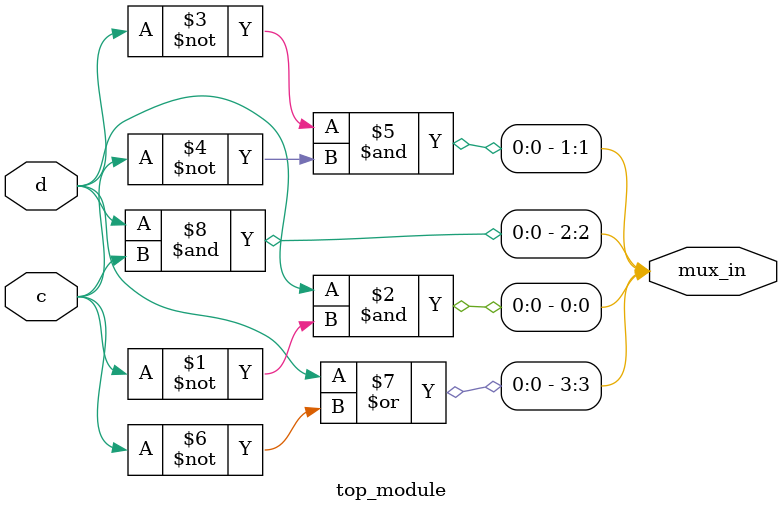
<source format=sv>
module top_module (
    input c,
    input d,
    output [3:0] mux_in
);

    // Assign values based on the provided Karnaugh map

    // ab = 00
    assign mux_in[0] = d & ~c;

    // ab = 01
    assign mux_in[1] = ~d & ~c;

    // ab = 11
    assign mux_in[3] = d | ~c;

    // ab = 10
    assign mux_in[2] = d & c;

endmodule

</source>
